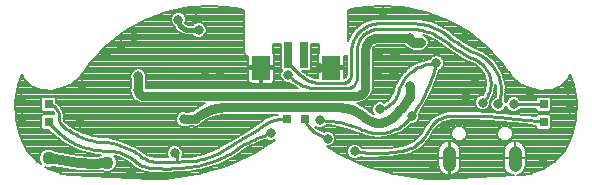
<source format=gtl>
G75*
%MOIN*%
%OFA0B0*%
%FSLAX24Y24*%
%IPPOS*%
%LPD*%
%AMOC8*
5,1,8,0,0,1.08239X$1,22.5*
%
%ADD10R,0.0315X0.0315*%
%ADD11C,0.0437*%
%ADD12R,0.0315X0.0866*%
%ADD13R,0.0591X0.0787*%
%ADD14C,0.0080*%
%ADD15C,0.0320*%
%ADD16C,0.0318*%
%ADD17C,0.0300*%
%ADD18C,0.0436*%
%ADD19C,0.0320*%
%ADD20C,0.0160*%
%ADD21C,0.0100*%
D10*
X004950Y003055D03*
X004950Y003645D03*
X012905Y003140D03*
X013495Y003140D03*
X021450Y003055D03*
X021450Y003645D03*
D11*
X020493Y002068D02*
X020493Y001632D01*
X018307Y001632D02*
X018307Y002068D01*
D12*
X013456Y005300D03*
X012944Y005300D03*
D13*
X012039Y004867D03*
X014361Y004867D03*
D14*
X004561Y001738D02*
X004245Y002101D01*
X004126Y002311D01*
X004014Y002577D01*
X003871Y003136D01*
X003843Y003712D01*
X003930Y004282D01*
X004065Y004649D01*
X004138Y004474D01*
X004374Y004238D01*
X004374Y004238D01*
X004683Y004110D01*
X004846Y004110D01*
X005027Y004100D01*
X005389Y004172D01*
X005722Y004332D01*
X006005Y004568D01*
X006005Y004568D01*
X006081Y004673D01*
X006083Y004673D01*
X006115Y004720D01*
X006119Y004726D01*
X006346Y005033D01*
X006874Y005600D01*
X007483Y006078D01*
X008158Y006458D01*
X008884Y006730D01*
X009642Y006888D01*
X010416Y006928D01*
X011186Y006848D01*
X011460Y006788D01*
X011460Y005342D01*
X011542Y005260D01*
X011603Y005260D01*
X011603Y004907D01*
X011999Y004907D01*
X011999Y004827D01*
X012079Y004827D01*
X012079Y004907D01*
X012474Y004907D01*
X012474Y005279D01*
X012464Y005315D01*
X012446Y005347D01*
X012440Y005352D01*
X012440Y005660D01*
X012687Y005660D01*
X012687Y004826D01*
X012733Y004779D01*
X012720Y004767D01*
X012681Y004672D01*
X012681Y004568D01*
X012720Y004473D01*
X012793Y004400D01*
X012888Y004361D01*
X012982Y004361D01*
X013033Y004307D01*
X013264Y004170D01*
X008199Y004170D01*
X008199Y004172D01*
X008190Y004193D01*
X008190Y004507D01*
X008199Y004528D01*
X008199Y004632D01*
X008160Y004727D01*
X008087Y004800D01*
X007992Y004839D01*
X007888Y004839D01*
X007793Y004800D01*
X007720Y004727D01*
X007681Y004632D01*
X007681Y004528D01*
X007690Y004507D01*
X007690Y004193D01*
X007681Y004172D01*
X007681Y004068D01*
X007690Y004047D01*
X007690Y003999D01*
X007811Y003791D01*
X008019Y003670D01*
X010181Y003670D01*
X009846Y003495D01*
X009750Y003408D01*
X009521Y003402D01*
X009502Y003410D01*
X009398Y003410D01*
X009303Y003370D01*
X009230Y003297D01*
X009190Y003202D01*
X009190Y003098D01*
X009230Y003003D01*
X009303Y002930D01*
X009398Y002890D01*
X009502Y002890D01*
X009531Y002902D01*
X009779Y002908D01*
X009798Y002900D01*
X009902Y002900D01*
X009997Y002940D01*
X010070Y003013D01*
X010073Y003019D01*
X010141Y003074D01*
X010419Y003219D01*
X010724Y003287D01*
X010871Y003290D01*
X010886Y003290D01*
X010931Y003288D01*
X010936Y003290D01*
X012598Y003290D01*
X012469Y003276D01*
X012182Y003170D01*
X012107Y003119D01*
X012056Y003084D01*
X011360Y002632D01*
X010697Y002241D01*
X010645Y002210D01*
X010642Y002208D01*
X010464Y002113D01*
X010083Y001971D01*
X009683Y001899D01*
X009482Y001890D01*
X009478Y001890D01*
X009418Y001890D01*
X009416Y001889D01*
X009391Y001888D01*
X009391Y001900D01*
X009419Y001968D01*
X009419Y002072D01*
X009380Y002167D01*
X009307Y002240D01*
X009212Y002279D01*
X009108Y002279D01*
X009013Y002240D01*
X008940Y002167D01*
X008901Y002072D01*
X008901Y001968D01*
X008939Y001877D01*
X008697Y001871D01*
X008697Y001872D01*
X008636Y001870D01*
X008634Y001870D01*
X008529Y001873D01*
X008322Y001919D01*
X008134Y002016D01*
X008088Y002052D01*
X008088Y002056D01*
X008044Y002087D01*
X008004Y002123D01*
X007994Y002123D01*
X007835Y002236D01*
X007382Y002435D01*
X006898Y002538D01*
X006662Y002540D01*
X006455Y002576D01*
X006044Y002713D01*
X005669Y002928D01*
X005499Y003063D01*
X005476Y003088D01*
X005450Y003152D01*
X005449Y003187D01*
X005450Y003193D01*
X005459Y003294D01*
X005398Y003500D01*
X005265Y003669D01*
X005265Y003669D01*
X005207Y003703D01*
X005207Y003844D01*
X005149Y003903D01*
X004751Y003903D01*
X004693Y003844D01*
X004693Y003446D01*
X004751Y003388D01*
X005099Y003388D01*
X005122Y003358D01*
X005136Y003312D01*
X004751Y003312D01*
X004693Y003254D01*
X004693Y002856D01*
X004751Y002797D01*
X004957Y002797D01*
X005008Y002730D01*
X005460Y002355D01*
X005984Y002092D01*
X005984Y002092D01*
X006555Y001953D01*
X006702Y001952D01*
X006688Y001938D01*
X006644Y001933D01*
X006206Y001933D01*
X005989Y001957D01*
X005937Y001965D01*
X005170Y002080D01*
X005130Y002120D01*
X005013Y002168D01*
X004887Y002168D01*
X004770Y002120D01*
X004680Y002030D01*
X004632Y001913D01*
X004632Y001787D01*
X004680Y001670D01*
X004713Y001637D01*
X004561Y001738D01*
X004577Y001728D02*
X004656Y001728D01*
X004632Y001807D02*
X004502Y001807D01*
X004434Y001885D02*
X004632Y001885D01*
X004653Y001964D02*
X004365Y001964D01*
X004297Y002042D02*
X004692Y002042D01*
X004772Y002121D02*
X004234Y002121D01*
X004190Y002199D02*
X005771Y002199D01*
X005927Y002121D02*
X005128Y002121D01*
X005423Y002042D02*
X006189Y002042D01*
X005946Y001964D02*
X006512Y001964D01*
X006555Y001953D02*
X006555Y001953D01*
X007129Y001921D02*
X007307Y001883D01*
X007580Y001748D01*
X007702Y001656D01*
X007812Y001561D01*
X008071Y001428D01*
X008071Y001428D01*
X008355Y001360D01*
X008497Y001360D01*
X008800Y001345D01*
X009415Y001371D01*
X009659Y001403D01*
X009720Y001411D01*
X009781Y001419D01*
X009782Y001420D01*
X010016Y001452D01*
X010586Y001626D01*
X011122Y001886D01*
X011364Y002056D01*
X011605Y002205D01*
X012119Y002440D01*
X012190Y002462D01*
X012203Y002450D01*
X012298Y002410D01*
X012402Y002410D01*
X012496Y002449D01*
X011831Y002024D01*
X010888Y001596D01*
X009894Y001305D01*
X008868Y001158D01*
X008352Y001140D01*
X005716Y001287D01*
X005658Y001290D01*
X005418Y001319D01*
X004962Y001471D01*
X004845Y001549D01*
X004887Y001532D01*
X005013Y001532D01*
X005094Y001565D01*
X005963Y001435D01*
X006167Y001405D01*
X006683Y001405D01*
X006756Y001415D01*
X006837Y001382D01*
X006963Y001382D01*
X007080Y001430D01*
X007170Y001520D01*
X007218Y001637D01*
X007218Y001763D01*
X007170Y001880D01*
X007129Y001921D01*
X007165Y001885D02*
X007298Y001885D01*
X007200Y001807D02*
X007462Y001807D01*
X007607Y001728D02*
X007218Y001728D01*
X007218Y001650D02*
X007710Y001650D01*
X007800Y001571D02*
X007191Y001571D01*
X007142Y001493D02*
X007945Y001493D01*
X007812Y001561D02*
X007812Y001561D01*
X008128Y001414D02*
X007041Y001414D01*
X006759Y001414D02*
X006746Y001414D01*
X006683Y001405D02*
X006683Y001405D01*
X006248Y001257D02*
X009557Y001257D01*
X009659Y001403D02*
X009659Y001403D01*
X009740Y001414D02*
X010266Y001414D01*
X010148Y001493D02*
X010535Y001493D01*
X010406Y001571D02*
X010803Y001571D01*
X010796Y001728D02*
X011179Y001728D01*
X011119Y001885D02*
X011525Y001885D01*
X011697Y001964D02*
X011232Y001964D01*
X011344Y002042D02*
X011859Y002042D01*
X011982Y002121D02*
X011469Y002121D01*
X011596Y002199D02*
X012105Y002199D01*
X012227Y002278D02*
X011764Y002278D01*
X011935Y002356D02*
X012350Y002356D01*
X012461Y002435D02*
X012473Y002435D01*
X012239Y002435D02*
X012107Y002435D01*
X011539Y002749D02*
X005982Y002749D01*
X005845Y002827D02*
X011660Y002827D01*
X011781Y002906D02*
X009915Y002906D01*
X009785Y002906D02*
X009673Y002906D01*
X009361Y002906D02*
X005708Y002906D01*
X005598Y002984D02*
X009248Y002984D01*
X009205Y003063D02*
X005499Y003063D01*
X005499Y003063D01*
X005455Y003141D02*
X009190Y003141D01*
X009197Y003220D02*
X005452Y003220D01*
X005459Y003294D02*
X005459Y003294D01*
X005458Y003298D02*
X009230Y003298D01*
X009317Y003377D02*
X005434Y003377D01*
X005411Y003455D02*
X009802Y003455D01*
X009846Y003495D02*
X009846Y003495D01*
X009919Y003534D02*
X005372Y003534D01*
X005398Y003500D02*
X005398Y003500D01*
X005310Y003612D02*
X010069Y003612D01*
X010270Y003141D02*
X012139Y003141D01*
X012107Y003119D02*
X012107Y003119D01*
X012023Y003063D02*
X010127Y003063D01*
X010042Y002984D02*
X011902Y002984D01*
X012316Y003220D02*
X010422Y003220D01*
X011291Y002592D02*
X006408Y002592D01*
X006172Y002670D02*
X011418Y002670D01*
X011158Y002513D02*
X007017Y002513D01*
X006898Y002538D02*
X006898Y002538D01*
X007382Y002435D02*
X007382Y002435D01*
X007383Y002435D02*
X011025Y002435D01*
X010892Y002356D02*
X007562Y002356D01*
X007740Y002278D02*
X009105Y002278D01*
X009215Y002278D02*
X010759Y002278D01*
X010697Y002241D02*
X010697Y002241D01*
X010625Y002199D02*
X009347Y002199D01*
X009399Y002121D02*
X010478Y002121D01*
X010273Y002042D02*
X009419Y002042D01*
X009417Y001964D02*
X010041Y001964D01*
X010635Y001650D02*
X011006Y001650D01*
X010958Y001807D02*
X011352Y001807D01*
X009997Y001336D02*
X005369Y001336D01*
X005134Y001414D02*
X006104Y001414D01*
X005963Y001435D02*
X005963Y001435D01*
X005581Y001493D02*
X004930Y001493D01*
X004701Y001650D02*
X004695Y001650D01*
X004145Y002278D02*
X005614Y002278D01*
X005460Y002355D02*
X005460Y002355D01*
X005459Y002356D02*
X004107Y002356D01*
X004126Y002311D02*
X004126Y002311D01*
X004074Y002435D02*
X005364Y002435D01*
X005270Y002513D02*
X004041Y002513D01*
X004010Y002592D02*
X005175Y002592D01*
X005081Y002670D02*
X003990Y002670D01*
X003970Y002749D02*
X004994Y002749D01*
X005008Y002730D02*
X005008Y002730D01*
X004721Y002827D02*
X003950Y002827D01*
X003930Y002906D02*
X004693Y002906D01*
X004693Y002984D02*
X003910Y002984D01*
X003890Y003063D02*
X004693Y003063D01*
X004693Y003141D02*
X003871Y003141D01*
X003867Y003220D02*
X004693Y003220D01*
X004737Y003298D02*
X003863Y003298D01*
X003859Y003377D02*
X005107Y003377D01*
X005265Y003669D02*
X005265Y003669D01*
X005228Y003691D02*
X007984Y003691D01*
X008019Y003670D02*
X008019Y003670D01*
X007848Y003769D02*
X005207Y003769D01*
X005204Y003848D02*
X007778Y003848D01*
X007811Y003791D02*
X007811Y003791D01*
X007732Y003926D02*
X003876Y003926D01*
X003888Y004005D02*
X007690Y004005D01*
X007681Y004083D02*
X003900Y004083D01*
X003912Y004162D02*
X004559Y004162D01*
X004372Y004240D02*
X003924Y004240D01*
X003944Y004319D02*
X004294Y004319D01*
X004215Y004397D02*
X003973Y004397D01*
X004002Y004476D02*
X004137Y004476D01*
X004138Y004474D02*
X004138Y004474D01*
X004105Y004554D02*
X004031Y004554D01*
X004059Y004633D02*
X004072Y004633D01*
X005389Y004172D02*
X005389Y004172D01*
X005334Y004162D02*
X007681Y004162D01*
X007690Y004240D02*
X005530Y004240D01*
X005694Y004319D02*
X007690Y004319D01*
X007690Y004397D02*
X005800Y004397D01*
X005722Y004332D02*
X005722Y004332D01*
X005894Y004476D02*
X007690Y004476D01*
X007681Y004554D02*
X005988Y004554D01*
X006005Y004568D02*
X006005Y004568D01*
X006052Y004633D02*
X007681Y004633D01*
X007714Y004711D02*
X006109Y004711D01*
X006166Y004790D02*
X007783Y004790D01*
X008097Y004790D02*
X011603Y004790D01*
X011603Y004827D02*
X011603Y004455D01*
X011613Y004419D01*
X011631Y004387D01*
X011657Y004361D01*
X011689Y004343D01*
X011725Y004333D01*
X011999Y004333D01*
X011999Y004827D01*
X011603Y004827D01*
X011603Y004711D02*
X008166Y004711D01*
X008199Y004633D02*
X011603Y004633D01*
X011603Y004554D02*
X008199Y004554D01*
X008190Y004476D02*
X011603Y004476D01*
X011626Y004397D02*
X008190Y004397D01*
X008190Y004319D02*
X013022Y004319D01*
X013033Y004307D02*
X013033Y004307D01*
X013146Y004240D02*
X008190Y004240D01*
X006340Y005025D02*
X011603Y005025D01*
X011603Y004947D02*
X006282Y004947D01*
X006224Y004868D02*
X011999Y004868D01*
X011999Y004790D02*
X012079Y004790D01*
X012079Y004827D02*
X012079Y004333D01*
X012352Y004333D01*
X012388Y004343D01*
X012420Y004361D01*
X012446Y004387D01*
X012464Y004419D01*
X012474Y004455D01*
X012474Y004827D01*
X012079Y004827D01*
X012079Y004868D02*
X012687Y004868D01*
X012687Y004947D02*
X012474Y004947D01*
X012474Y005025D02*
X012687Y005025D01*
X012687Y005104D02*
X012474Y005104D01*
X012474Y005182D02*
X012687Y005182D01*
X012687Y005261D02*
X012474Y005261D01*
X012450Y005339D02*
X012687Y005339D01*
X012687Y005418D02*
X012440Y005418D01*
X012440Y005496D02*
X012687Y005496D01*
X012687Y005575D02*
X012440Y005575D01*
X012440Y005653D02*
X012687Y005653D01*
X013713Y005653D02*
X013960Y005653D01*
X013960Y005660D02*
X013960Y005352D01*
X013954Y005347D01*
X013936Y005315D01*
X013926Y005279D01*
X013926Y004907D01*
X014321Y004907D01*
X014321Y004827D01*
X013926Y004827D01*
X013926Y004510D01*
X013795Y004530D01*
X013550Y004640D01*
X013446Y004726D01*
X013435Y004737D01*
X013405Y004767D01*
X013655Y004767D01*
X013713Y004826D01*
X013713Y005660D01*
X013960Y005660D01*
X013960Y005575D02*
X013713Y005575D01*
X013713Y005496D02*
X013960Y005496D01*
X013960Y005418D02*
X013713Y005418D01*
X013713Y005339D02*
X013950Y005339D01*
X013926Y005261D02*
X013713Y005261D01*
X013713Y005182D02*
X013926Y005182D01*
X013926Y005104D02*
X013713Y005104D01*
X013713Y005025D02*
X013926Y005025D01*
X013926Y004947D02*
X013713Y004947D01*
X013713Y004868D02*
X014321Y004868D01*
X014401Y004868D02*
X014890Y004868D01*
X014890Y004790D02*
X014797Y004790D01*
X014797Y004827D02*
X014401Y004827D01*
X014401Y004907D01*
X014797Y004907D01*
X014797Y005260D01*
X014858Y005260D01*
X014890Y005292D01*
X014890Y004640D01*
X014886Y004606D01*
X014852Y004548D01*
X014797Y004516D01*
X014797Y004827D01*
X014797Y004711D02*
X014890Y004711D01*
X014889Y004633D02*
X014797Y004633D01*
X014797Y004554D02*
X014855Y004554D01*
X013926Y004554D02*
X013741Y004554D01*
X013566Y004633D02*
X013926Y004633D01*
X013926Y004711D02*
X013464Y004711D01*
X013677Y004790D02*
X013926Y004790D01*
X014797Y004947D02*
X014890Y004947D01*
X014890Y005025D02*
X014797Y005025D01*
X014797Y005104D02*
X014890Y005104D01*
X014890Y005182D02*
X014797Y005182D01*
X014859Y005261D02*
X014890Y005261D01*
X014940Y005743D02*
X014940Y006788D01*
X015214Y006848D01*
X015984Y006928D01*
X016758Y006888D01*
X017516Y006730D01*
X018242Y006458D01*
X018917Y006078D01*
X019526Y005600D01*
X020054Y005033D01*
X020281Y004726D01*
X020285Y004720D01*
X020317Y004673D01*
X020319Y004673D01*
X020395Y004568D01*
X020678Y004332D01*
X021011Y004172D01*
X021373Y004100D01*
X021373Y004100D01*
X021554Y004110D01*
X021717Y004110D01*
X022026Y004238D01*
X022262Y004474D01*
X022262Y004474D01*
X022335Y004649D01*
X022470Y004282D01*
X022557Y003712D01*
X022529Y003136D01*
X022386Y002577D01*
X022274Y002311D01*
X022155Y002101D01*
X021839Y001738D01*
X021438Y001471D01*
X020982Y001319D01*
X020742Y001290D01*
X020717Y001288D01*
X020561Y001280D01*
X020597Y001287D01*
X020662Y001314D01*
X020721Y001353D01*
X020771Y001403D01*
X020810Y001462D01*
X020837Y001527D01*
X020851Y001596D01*
X020851Y001841D01*
X020502Y001841D01*
X020502Y001859D01*
X020851Y001859D01*
X020851Y002104D01*
X020837Y002173D01*
X020810Y002238D01*
X020771Y002297D01*
X020721Y002347D01*
X020662Y002386D01*
X020597Y002413D01*
X020528Y002427D01*
X020502Y002427D01*
X020502Y001859D01*
X020483Y001859D01*
X020483Y001841D01*
X020134Y001841D01*
X020134Y001596D01*
X020148Y001527D01*
X020175Y001462D01*
X020214Y001403D01*
X020264Y001353D01*
X020323Y001314D01*
X020388Y001287D01*
X020454Y001274D01*
X018048Y001140D01*
X017532Y001158D01*
X017532Y001158D01*
X016506Y001305D01*
X015512Y001596D01*
X014569Y002024D01*
X014231Y002240D01*
X014302Y002240D01*
X014397Y002280D01*
X014470Y002353D01*
X014510Y002448D01*
X014510Y002552D01*
X014470Y002647D01*
X014397Y002720D01*
X014302Y002760D01*
X014198Y002760D01*
X014126Y002730D01*
X013926Y002829D01*
X013847Y002889D01*
X013938Y002851D01*
X014042Y002851D01*
X014137Y002890D01*
X014193Y002946D01*
X014335Y002937D01*
X015014Y002787D01*
X015339Y002663D01*
X015396Y002638D01*
X015396Y002638D01*
X015529Y002579D01*
X015938Y002520D01*
X016348Y002574D01*
X016348Y002574D01*
X016729Y002736D01*
X017047Y002991D01*
X017102Y002991D01*
X017197Y003030D01*
X017270Y003103D01*
X017309Y003198D01*
X017309Y003302D01*
X017295Y003335D01*
X017369Y003437D01*
X017692Y004029D01*
X017940Y004656D01*
X017972Y004778D01*
X018027Y004800D01*
X018100Y004873D01*
X018139Y004968D01*
X018139Y005072D01*
X018100Y005167D01*
X018027Y005240D01*
X017932Y005279D01*
X017828Y005279D01*
X017733Y005240D01*
X017660Y005167D01*
X017659Y005164D01*
X017300Y005068D01*
X016958Y004870D01*
X016823Y004735D01*
X016818Y004730D01*
X016818Y004730D01*
X016809Y004722D01*
X016774Y004686D01*
X016685Y004597D01*
X016500Y004269D01*
X016500Y004269D01*
X016469Y004146D01*
X016454Y004086D01*
X016416Y003976D01*
X016280Y003786D01*
X016146Y003700D01*
X016052Y003739D01*
X015948Y003739D01*
X015853Y003700D01*
X015780Y003627D01*
X015741Y003532D01*
X015741Y003428D01*
X015780Y003333D01*
X015806Y003308D01*
X015731Y003337D01*
X015670Y003384D01*
X015633Y003417D01*
X015529Y003514D01*
X015529Y003514D01*
X015240Y003670D01*
X015309Y003670D01*
X015512Y003754D01*
X015666Y003908D01*
X015666Y003908D01*
X015750Y004111D01*
X015750Y005420D01*
X015754Y005457D01*
X015782Y005526D01*
X015834Y005578D01*
X015903Y005606D01*
X015940Y005610D01*
X016825Y005610D01*
X016860Y005550D01*
X017050Y005440D01*
X017084Y005440D01*
X017108Y005430D01*
X017412Y005430D01*
X017507Y005470D01*
X017580Y005543D01*
X017620Y005638D01*
X017620Y005742D01*
X017580Y005837D01*
X017507Y005910D01*
X017441Y005938D01*
X017550Y005913D01*
X017899Y005745D01*
X018056Y005633D01*
X018056Y005633D01*
X018293Y005444D01*
X018812Y005132D01*
X018812Y005132D01*
X019077Y005018D01*
X019091Y005012D01*
X019197Y004956D01*
X019375Y004795D01*
X019493Y004586D01*
X019537Y004350D01*
X019502Y004112D01*
X019425Y003959D01*
X019368Y003959D01*
X019273Y003920D01*
X019200Y003847D01*
X019161Y003752D01*
X019161Y003648D01*
X019200Y003553D01*
X019273Y003480D01*
X019368Y003441D01*
X019472Y003441D01*
X019567Y003480D01*
X019640Y003553D01*
X019679Y003648D01*
X019679Y003752D01*
X019674Y003765D01*
X019802Y004018D01*
X019846Y004324D01*
X019870Y004232D01*
X019851Y003884D01*
X019793Y003860D01*
X019720Y003787D01*
X019681Y003692D01*
X019681Y003588D01*
X019720Y003493D01*
X019793Y003420D01*
X019888Y003381D01*
X019992Y003381D01*
X020087Y003420D01*
X020160Y003493D01*
X020197Y003582D01*
X020230Y003503D01*
X020303Y003430D01*
X020398Y003390D01*
X020502Y003390D01*
X020597Y003430D01*
X020663Y003495D01*
X021193Y003495D01*
X021193Y003446D01*
X021251Y003388D01*
X021649Y003388D01*
X021707Y003446D01*
X021707Y003844D01*
X021649Y003903D01*
X021251Y003903D01*
X021193Y003844D01*
X021193Y003795D01*
X020671Y003795D01*
X020670Y003797D01*
X020597Y003870D01*
X020502Y003910D01*
X020398Y003910D01*
X020303Y003870D01*
X020230Y003797D01*
X020192Y003708D01*
X020160Y003787D01*
X020157Y003790D01*
X020162Y003803D01*
X020162Y003803D01*
X020186Y004264D01*
X020186Y004264D01*
X020070Y004711D01*
X020291Y004711D01*
X020234Y004790D02*
X020020Y004790D01*
X019971Y004868D02*
X020176Y004868D01*
X020118Y004947D02*
X019921Y004947D01*
X019872Y005025D02*
X020060Y005025D01*
X019989Y005104D02*
X019822Y005104D01*
X019823Y005102D02*
X019471Y005400D01*
X019471Y005400D01*
X019315Y005465D01*
X019267Y005485D01*
X019258Y005488D01*
X019258Y005488D01*
X019028Y005595D01*
X018596Y005858D01*
X018397Y006014D01*
X018397Y006014D01*
X018217Y006167D01*
X018217Y006167D01*
X017795Y006380D01*
X017336Y006490D01*
X015791Y006490D01*
X015468Y006385D01*
X015194Y006186D01*
X014995Y005912D01*
X014995Y005912D01*
X014940Y005743D01*
X014940Y005810D02*
X014962Y005810D01*
X014940Y005889D02*
X014987Y005889D01*
X014940Y005967D02*
X015035Y005967D01*
X015092Y006046D02*
X014940Y006046D01*
X014940Y006124D02*
X015149Y006124D01*
X015194Y006186D02*
X015194Y006186D01*
X015194Y006186D01*
X015217Y006203D02*
X014940Y006203D01*
X014940Y006281D02*
X015325Y006281D01*
X015433Y006360D02*
X014940Y006360D01*
X014940Y006438D02*
X015631Y006438D01*
X015468Y006385D02*
X015468Y006385D01*
X014940Y006517D02*
X018086Y006517D01*
X018278Y006438D02*
X017554Y006438D01*
X017795Y006380D02*
X017795Y006380D01*
X017837Y006360D02*
X018417Y006360D01*
X018557Y006281D02*
X017992Y006281D01*
X018147Y006203D02*
X018696Y006203D01*
X018836Y006124D02*
X018268Y006124D01*
X018360Y006046D02*
X018959Y006046D01*
X019058Y005967D02*
X018458Y005967D01*
X018558Y005889D02*
X019158Y005889D01*
X019258Y005810D02*
X018675Y005810D01*
X018804Y005732D02*
X019358Y005732D01*
X019458Y005653D02*
X018932Y005653D01*
X019071Y005575D02*
X019549Y005575D01*
X019622Y005496D02*
X019241Y005496D01*
X019315Y005465D02*
X019315Y005465D01*
X019428Y005418D02*
X019696Y005418D01*
X019769Y005339D02*
X019543Y005339D01*
X019636Y005261D02*
X019842Y005261D01*
X019915Y005182D02*
X019729Y005182D01*
X019823Y005102D02*
X019823Y005102D01*
X020070Y004711D01*
X020070Y004711D01*
X020090Y004633D02*
X020348Y004633D01*
X020395Y004568D02*
X020395Y004568D01*
X020412Y004554D02*
X020110Y004554D01*
X020131Y004476D02*
X020506Y004476D01*
X020600Y004397D02*
X020151Y004397D01*
X020172Y004319D02*
X020706Y004319D01*
X020678Y004332D02*
X020678Y004332D01*
X020870Y004240D02*
X020185Y004240D01*
X020180Y004162D02*
X021066Y004162D01*
X021011Y004172D02*
X021011Y004172D01*
X021841Y004162D02*
X022488Y004162D01*
X022476Y004240D02*
X022028Y004240D01*
X022026Y004238D02*
X022026Y004238D01*
X022106Y004319D02*
X022456Y004319D01*
X022427Y004397D02*
X022185Y004397D01*
X022263Y004476D02*
X022398Y004476D01*
X022369Y004554D02*
X022295Y004554D01*
X022328Y004633D02*
X022341Y004633D01*
X022500Y004083D02*
X020176Y004083D01*
X020172Y004005D02*
X022512Y004005D01*
X022524Y003926D02*
X020168Y003926D01*
X020164Y003848D02*
X020280Y003848D01*
X020218Y003769D02*
X020167Y003769D01*
X020176Y003534D02*
X020217Y003534D01*
X020277Y003455D02*
X020121Y003455D01*
X019796Y003377D02*
X022541Y003377D01*
X022544Y003455D02*
X021707Y003455D01*
X021707Y003534D02*
X022548Y003534D01*
X022552Y003612D02*
X021707Y003612D01*
X021707Y003691D02*
X022556Y003691D01*
X022548Y003769D02*
X021707Y003769D01*
X021704Y003848D02*
X022536Y003848D01*
X022537Y003298D02*
X021663Y003298D01*
X021649Y003312D02*
X021251Y003312D01*
X021193Y003254D01*
X021193Y003241D01*
X020867Y003285D01*
X020867Y003285D01*
X019654Y003389D01*
X019654Y003389D01*
X019107Y003408D01*
X019064Y003409D01*
X019045Y003410D01*
X019001Y003411D01*
X018730Y003421D01*
X018417Y003410D01*
X018262Y003410D01*
X017977Y003328D01*
X017726Y003170D01*
X017529Y002949D01*
X017529Y002949D01*
X017529Y002949D01*
X017473Y002832D01*
X017465Y002815D01*
X017384Y002675D01*
X017162Y002442D01*
X016879Y002289D01*
X016723Y002248D01*
X016340Y002193D01*
X015566Y002179D01*
X015389Y002197D01*
X015380Y002217D01*
X015307Y002290D01*
X015212Y002330D01*
X015108Y002330D01*
X015013Y002290D01*
X014940Y002217D01*
X014900Y002122D01*
X014900Y002018D01*
X014940Y001923D01*
X015013Y001850D01*
X015108Y001810D01*
X015212Y001810D01*
X015307Y001850D01*
X015349Y001891D01*
X015547Y001862D01*
X016371Y001878D01*
X016371Y001878D01*
X016716Y001941D01*
X016757Y001949D01*
X016777Y001952D01*
X016838Y001964D01*
X016984Y001991D01*
X016984Y001991D01*
X017354Y002191D01*
X017354Y002191D01*
X017644Y002495D01*
X017644Y002495D01*
X017735Y002685D01*
X017735Y002685D01*
X017787Y002776D01*
X017927Y002933D01*
X018104Y003045D01*
X018305Y003103D01*
X018397Y003109D01*
X018423Y003110D01*
X018482Y003110D01*
X018483Y003111D01*
X018730Y003115D01*
X019035Y003110D01*
X019635Y003082D01*
X020833Y002980D01*
X021193Y002935D01*
X021193Y002856D01*
X021251Y002797D01*
X021649Y002797D01*
X021707Y002856D01*
X021707Y003254D01*
X021649Y003312D01*
X021707Y003220D02*
X022533Y003220D01*
X022529Y003141D02*
X021707Y003141D01*
X021707Y003063D02*
X022510Y003063D01*
X022490Y002984D02*
X021707Y002984D01*
X021707Y002906D02*
X022470Y002906D01*
X022450Y002827D02*
X021679Y002827D01*
X021221Y002827D02*
X020383Y002827D01*
X020387Y002823D02*
X020314Y002896D01*
X020219Y002935D01*
X020116Y002935D01*
X020022Y002896D01*
X019949Y002823D01*
X019910Y002728D01*
X019910Y002625D01*
X019949Y002531D01*
X020022Y002458D01*
X020116Y002419D01*
X020219Y002419D01*
X020314Y002458D01*
X020387Y002531D01*
X020426Y002625D01*
X020426Y002728D01*
X020387Y002823D01*
X020417Y002749D02*
X022430Y002749D01*
X022410Y002670D02*
X020426Y002670D01*
X020412Y002592D02*
X022390Y002592D01*
X022359Y002513D02*
X020369Y002513D01*
X020388Y002413D02*
X020323Y002386D01*
X020264Y002347D01*
X020214Y002297D01*
X020175Y002238D01*
X020148Y002173D01*
X020134Y002104D01*
X020134Y001859D01*
X020483Y001859D01*
X020483Y002427D01*
X020457Y002427D01*
X020388Y002413D01*
X020483Y002356D02*
X020502Y002356D01*
X020502Y002278D02*
X020483Y002278D01*
X020483Y002199D02*
X020502Y002199D01*
X020502Y002121D02*
X020483Y002121D01*
X020483Y002042D02*
X020502Y002042D01*
X020502Y001964D02*
X020483Y001964D01*
X020483Y001885D02*
X020502Y001885D01*
X020851Y001885D02*
X021966Y001885D01*
X021898Y001807D02*
X020851Y001807D01*
X020851Y001728D02*
X021823Y001728D01*
X021705Y001650D02*
X020851Y001650D01*
X020846Y001571D02*
X021588Y001571D01*
X021470Y001493D02*
X020823Y001493D01*
X020778Y001414D02*
X021266Y001414D01*
X021031Y001336D02*
X020695Y001336D01*
X020290Y001336D02*
X018510Y001336D01*
X018536Y001353D02*
X018586Y001403D01*
X018625Y001462D01*
X018652Y001527D01*
X018666Y001596D01*
X018666Y001841D01*
X018317Y001841D01*
X018317Y001859D01*
X018666Y001859D01*
X018666Y002104D01*
X018652Y002173D01*
X018625Y002238D01*
X018586Y002297D01*
X018536Y002347D01*
X018477Y002386D01*
X018412Y002413D01*
X018343Y002427D01*
X018317Y002427D01*
X018317Y001859D01*
X018298Y001859D01*
X018298Y001841D01*
X017949Y001841D01*
X017949Y001596D01*
X017963Y001527D01*
X017990Y001462D01*
X018029Y001403D01*
X018079Y001353D01*
X018138Y001314D01*
X018203Y001287D01*
X018272Y001273D01*
X018298Y001273D01*
X018298Y001841D01*
X018317Y001841D01*
X018317Y001273D01*
X018343Y001273D01*
X018412Y001287D01*
X018477Y001314D01*
X018536Y001353D01*
X018593Y001414D02*
X020207Y001414D01*
X020162Y001493D02*
X018638Y001493D01*
X018661Y001571D02*
X020139Y001571D01*
X020134Y001650D02*
X018666Y001650D01*
X018666Y001728D02*
X020134Y001728D01*
X020134Y001807D02*
X018666Y001807D01*
X018666Y001885D02*
X020134Y001885D01*
X020134Y001964D02*
X018666Y001964D01*
X018666Y002042D02*
X020134Y002042D01*
X020137Y002121D02*
X018663Y002121D01*
X018641Y002199D02*
X020159Y002199D01*
X020201Y002278D02*
X018599Y002278D01*
X018522Y002356D02*
X020278Y002356D01*
X020257Y002435D02*
X022326Y002435D01*
X022293Y002356D02*
X020707Y002356D01*
X020784Y002278D02*
X022255Y002278D01*
X022210Y002199D02*
X020826Y002199D01*
X020848Y002121D02*
X022166Y002121D01*
X022103Y002042D02*
X020851Y002042D01*
X020851Y001964D02*
X022035Y001964D01*
X020152Y001257D02*
X016843Y001257D01*
X016403Y001336D02*
X018105Y001336D01*
X018022Y001414D02*
X016134Y001414D01*
X015865Y001493D02*
X017977Y001493D01*
X017954Y001571D02*
X015597Y001571D01*
X015394Y001650D02*
X017949Y001650D01*
X017949Y001728D02*
X015221Y001728D01*
X015048Y001807D02*
X017949Y001807D01*
X017949Y001859D02*
X018298Y001859D01*
X018298Y002427D01*
X018272Y002427D01*
X018203Y002413D01*
X018138Y002386D01*
X018079Y002347D01*
X018029Y002297D01*
X017990Y002238D01*
X017963Y002173D01*
X017949Y002104D01*
X017949Y001859D01*
X017949Y001885D02*
X016410Y001885D01*
X016716Y001941D02*
X016716Y001941D01*
X016837Y001964D02*
X017949Y001964D01*
X017949Y002042D02*
X017079Y002042D01*
X017224Y002121D02*
X017952Y002121D01*
X017974Y002199D02*
X017362Y002199D01*
X017437Y002278D02*
X018016Y002278D01*
X018093Y002356D02*
X017512Y002356D01*
X017586Y002435D02*
X018543Y002435D01*
X018581Y002419D02*
X018684Y002419D01*
X018778Y002458D01*
X018851Y002531D01*
X018890Y002625D01*
X018890Y002728D01*
X018851Y002823D01*
X018778Y002896D01*
X018684Y002935D01*
X018581Y002935D01*
X018486Y002896D01*
X018413Y002823D01*
X018374Y002728D01*
X018374Y002625D01*
X018413Y002531D01*
X018486Y002458D01*
X018581Y002419D01*
X018722Y002435D02*
X020078Y002435D01*
X019966Y002513D02*
X018834Y002513D01*
X018876Y002592D02*
X019924Y002592D01*
X019910Y002670D02*
X018890Y002670D01*
X018882Y002749D02*
X019918Y002749D01*
X019953Y002827D02*
X018847Y002827D01*
X018755Y002906D02*
X020045Y002906D01*
X019859Y003063D02*
X018166Y003063D01*
X018008Y002984D02*
X020780Y002984D01*
X021193Y002906D02*
X020290Y002906D01*
X020717Y003298D02*
X021237Y003298D01*
X021193Y003455D02*
X020623Y003455D01*
X019759Y003455D02*
X019505Y003455D01*
X019620Y003534D02*
X019704Y003534D01*
X019681Y003612D02*
X019664Y003612D01*
X019679Y003691D02*
X019681Y003691D01*
X019676Y003769D02*
X019713Y003769D01*
X019716Y003848D02*
X019781Y003848D01*
X019755Y003926D02*
X019854Y003926D01*
X019858Y004005D02*
X019795Y004005D01*
X019802Y004018D02*
X019802Y004018D01*
X019811Y004083D02*
X019862Y004083D01*
X019866Y004162D02*
X019823Y004162D01*
X019834Y004240D02*
X019868Y004240D01*
X019847Y004319D02*
X019845Y004319D01*
X019532Y004319D02*
X017807Y004319D01*
X017838Y004397D02*
X019528Y004397D01*
X019513Y004476D02*
X017869Y004476D01*
X017900Y004554D02*
X019499Y004554D01*
X019466Y004633D02*
X017931Y004633D01*
X017955Y004711D02*
X019422Y004711D01*
X019378Y004790D02*
X018000Y004790D01*
X018094Y004868D02*
X019294Y004868D01*
X019207Y004947D02*
X018130Y004947D01*
X018139Y005025D02*
X019061Y005025D01*
X018879Y005104D02*
X018126Y005104D01*
X018084Y005182D02*
X018729Y005182D01*
X018598Y005261D02*
X017976Y005261D01*
X017784Y005261D02*
X015750Y005261D01*
X015750Y005339D02*
X018468Y005339D01*
X018337Y005418D02*
X015750Y005418D01*
X015770Y005496D02*
X016953Y005496D01*
X016860Y005550D02*
X016860Y005550D01*
X016860Y005550D01*
X016846Y005575D02*
X015831Y005575D01*
X015750Y005182D02*
X017676Y005182D01*
X017434Y005104D02*
X015750Y005104D01*
X015750Y005025D02*
X017226Y005025D01*
X017300Y005068D02*
X017300Y005068D01*
X017090Y004947D02*
X015750Y004947D01*
X015750Y004868D02*
X016956Y004868D01*
X016958Y004870D02*
X016958Y004870D01*
X016877Y004790D02*
X015750Y004790D01*
X015750Y004711D02*
X016799Y004711D01*
X016774Y004686D02*
X016774Y004686D01*
X016720Y004633D02*
X015750Y004633D01*
X015750Y004554D02*
X016661Y004554D01*
X016685Y004597D02*
X016685Y004597D01*
X016616Y004476D02*
X015750Y004476D01*
X015750Y004397D02*
X016572Y004397D01*
X016528Y004319D02*
X015750Y004319D01*
X015750Y004240D02*
X016492Y004240D01*
X016473Y004162D02*
X015750Y004162D01*
X015739Y004083D02*
X016453Y004083D01*
X016469Y004146D02*
X016469Y004146D01*
X016426Y004005D02*
X015706Y004005D01*
X015674Y003926D02*
X016380Y003926D01*
X016324Y003848D02*
X015605Y003848D01*
X015527Y003769D02*
X016253Y003769D01*
X015844Y003691D02*
X015359Y003691D01*
X015347Y003612D02*
X015774Y003612D01*
X015742Y003534D02*
X015492Y003534D01*
X015592Y003455D02*
X015741Y003455D01*
X015762Y003377D02*
X015679Y003377D01*
X015633Y003417D02*
X015633Y003417D01*
X015512Y003754D02*
X015512Y003754D01*
X017229Y003063D02*
X017630Y003063D01*
X017700Y003141D02*
X017285Y003141D01*
X017309Y003220D02*
X017805Y003220D01*
X017930Y003298D02*
X017309Y003298D01*
X017325Y003377D02*
X018146Y003377D01*
X018730Y003421D02*
X018730Y003421D01*
X019035Y003110D02*
X019035Y003110D01*
X019335Y003455D02*
X017379Y003455D01*
X017369Y003437D02*
X017369Y003437D01*
X017421Y003534D02*
X019220Y003534D01*
X019176Y003612D02*
X017464Y003612D01*
X017507Y003691D02*
X019161Y003691D01*
X019168Y003769D02*
X017550Y003769D01*
X017593Y003848D02*
X019201Y003848D01*
X019289Y003926D02*
X017636Y003926D01*
X017679Y004005D02*
X019448Y004005D01*
X019488Y004083D02*
X017713Y004083D01*
X017744Y004162D02*
X019510Y004162D01*
X019521Y004240D02*
X017776Y004240D01*
X020620Y003848D02*
X021196Y003848D01*
X018510Y002906D02*
X017902Y002906D01*
X017832Y002827D02*
X018417Y002827D01*
X018383Y002749D02*
X017771Y002749D01*
X017728Y002670D02*
X018374Y002670D01*
X018388Y002592D02*
X017690Y002592D01*
X017653Y002513D02*
X018431Y002513D01*
X018317Y002356D02*
X018298Y002356D01*
X018298Y002278D02*
X018317Y002278D01*
X018317Y002199D02*
X018298Y002199D01*
X018298Y002121D02*
X018317Y002121D01*
X018317Y002042D02*
X018298Y002042D01*
X018298Y001964D02*
X018317Y001964D01*
X018317Y001885D02*
X018298Y001885D01*
X018298Y001807D02*
X018317Y001807D01*
X018317Y001728D02*
X018298Y001728D01*
X018298Y001650D02*
X018317Y001650D01*
X018317Y001571D02*
X018298Y001571D01*
X018298Y001493D02*
X018317Y001493D01*
X018317Y001414D02*
X018298Y001414D01*
X018298Y001336D02*
X018317Y001336D01*
X018739Y001179D02*
X017392Y001179D01*
X015547Y001862D02*
X015547Y001862D01*
X015390Y001885D02*
X015343Y001885D01*
X015388Y002199D02*
X016381Y002199D01*
X016723Y002248D02*
X016723Y002248D01*
X016835Y002278D02*
X015320Y002278D01*
X015000Y002278D02*
X014392Y002278D01*
X014472Y002356D02*
X017003Y002356D01*
X017148Y002435D02*
X014504Y002435D01*
X014510Y002513D02*
X017229Y002513D01*
X017304Y002592D02*
X016389Y002592D01*
X016574Y002670D02*
X017379Y002670D01*
X017426Y002749D02*
X016744Y002749D01*
X016729Y002736D02*
X016729Y002736D01*
X016842Y002827D02*
X017471Y002827D01*
X017508Y002906D02*
X016940Y002906D01*
X017038Y002984D02*
X017560Y002984D01*
X015938Y002520D02*
X015938Y002520D01*
X015529Y002579D02*
X015529Y002579D01*
X015501Y002592D02*
X014494Y002592D01*
X014448Y002670D02*
X015321Y002670D01*
X015116Y002749D02*
X014329Y002749D01*
X014171Y002749D02*
X014088Y002749D01*
X014152Y002906D02*
X014477Y002906D01*
X014834Y002827D02*
X013931Y002827D01*
X014295Y002199D02*
X014932Y002199D01*
X014900Y002121D02*
X014418Y002121D01*
X014541Y002042D02*
X014900Y002042D01*
X014923Y001964D02*
X014703Y001964D01*
X014875Y001885D02*
X014977Y001885D01*
X009415Y001371D02*
X009415Y001371D01*
X009008Y001179D02*
X007661Y001179D01*
X008355Y001360D02*
X008355Y001360D01*
X008800Y001345D02*
X008800Y001345D01*
X008936Y001885D02*
X008474Y001885D01*
X008235Y001964D02*
X008903Y001964D01*
X008901Y002042D02*
X008101Y002042D01*
X008007Y002121D02*
X008921Y002121D01*
X008973Y002199D02*
X007887Y002199D01*
X007835Y002236D02*
X007835Y002236D01*
X005937Y001965D02*
X005937Y001965D01*
X004693Y003455D02*
X003856Y003455D01*
X003852Y003534D02*
X004693Y003534D01*
X004693Y003612D02*
X003848Y003612D01*
X003844Y003691D02*
X004693Y003691D01*
X004693Y003769D02*
X003852Y003769D01*
X003864Y003848D02*
X004696Y003848D01*
X005027Y004100D02*
X005027Y004100D01*
X006411Y005104D02*
X011603Y005104D01*
X011603Y005182D02*
X006485Y005182D01*
X006558Y005261D02*
X011541Y005261D01*
X011463Y005339D02*
X006631Y005339D01*
X006704Y005418D02*
X011460Y005418D01*
X011460Y005496D02*
X006778Y005496D01*
X006851Y005575D02*
X011460Y005575D01*
X011460Y005653D02*
X006942Y005653D01*
X007042Y005732D02*
X011460Y005732D01*
X011460Y005810D02*
X007142Y005810D01*
X007242Y005889D02*
X009842Y005889D01*
X009813Y005900D02*
X009908Y005861D01*
X010012Y005861D01*
X010107Y005900D01*
X010180Y005973D01*
X010219Y006068D01*
X010219Y006172D01*
X010180Y006267D01*
X010107Y006340D01*
X010012Y006379D01*
X009908Y006379D01*
X009813Y006340D01*
X009774Y006300D01*
X009620Y006300D01*
X009589Y006303D01*
X009531Y006327D01*
X009513Y006345D01*
X009539Y006408D01*
X009539Y006512D01*
X009500Y006607D01*
X009427Y006680D01*
X009332Y006719D01*
X009228Y006719D01*
X009133Y006680D01*
X009060Y006607D01*
X009021Y006512D01*
X009021Y006408D01*
X009060Y006313D01*
X009133Y006240D01*
X009151Y006233D01*
X009179Y006165D01*
X009325Y006019D01*
X009325Y006019D01*
X009517Y005940D01*
X009774Y005940D01*
X009813Y005900D01*
X010078Y005889D02*
X011460Y005889D01*
X011460Y005967D02*
X010173Y005967D01*
X010210Y006046D02*
X011460Y006046D01*
X011460Y006124D02*
X010219Y006124D01*
X010206Y006203D02*
X011460Y006203D01*
X011460Y006281D02*
X010165Y006281D01*
X010059Y006360D02*
X011460Y006360D01*
X011460Y006438D02*
X009539Y006438D01*
X009537Y006517D02*
X011460Y006517D01*
X011460Y006595D02*
X009504Y006595D01*
X009433Y006674D02*
X011460Y006674D01*
X011460Y006752D02*
X008988Y006752D01*
X009127Y006674D02*
X008732Y006674D01*
X008523Y006595D02*
X009056Y006595D01*
X009023Y006517D02*
X008314Y006517D01*
X008122Y006438D02*
X009021Y006438D01*
X009041Y006360D02*
X007983Y006360D01*
X007843Y006281D02*
X009093Y006281D01*
X009164Y006203D02*
X007704Y006203D01*
X007564Y006124D02*
X009221Y006124D01*
X009179Y006165D02*
X009179Y006165D01*
X009299Y006046D02*
X007441Y006046D01*
X007342Y005967D02*
X009451Y005967D01*
X009519Y006360D02*
X009861Y006360D01*
X010054Y006909D02*
X010596Y006909D01*
X011267Y006831D02*
X009366Y006831D01*
X014940Y006752D02*
X017412Y006752D01*
X017668Y006674D02*
X014940Y006674D01*
X014940Y006595D02*
X017877Y006595D01*
X017034Y006831D02*
X015133Y006831D01*
X015804Y006909D02*
X016346Y006909D01*
X017529Y005889D02*
X017601Y005889D01*
X017592Y005810D02*
X017764Y005810D01*
X017620Y005732D02*
X017918Y005732D01*
X018028Y005653D02*
X017620Y005653D01*
X017594Y005575D02*
X018129Y005575D01*
X018228Y005496D02*
X017534Y005496D01*
X018293Y005444D02*
X018293Y005444D01*
X012801Y004397D02*
X012452Y004397D01*
X012474Y004476D02*
X012719Y004476D01*
X012687Y004554D02*
X012474Y004554D01*
X012474Y004633D02*
X012681Y004633D01*
X012697Y004711D02*
X012474Y004711D01*
X012474Y004790D02*
X012723Y004790D01*
X012079Y004711D02*
X011999Y004711D01*
X011999Y004633D02*
X012079Y004633D01*
X012079Y004554D02*
X011999Y004554D01*
X011999Y004476D02*
X012079Y004476D01*
X012079Y004397D02*
X011999Y004397D01*
D15*
X009850Y003160D03*
X009450Y003150D03*
X012350Y002670D03*
X014250Y002500D03*
X015160Y002070D03*
X017000Y003900D03*
X017000Y004250D03*
X018870Y003900D03*
X019170Y004500D03*
X020450Y003650D03*
X016500Y005290D03*
X015930Y005300D03*
X017360Y005690D03*
X017000Y005850D03*
X016100Y006730D03*
D16*
X018840Y005900D03*
X017880Y005020D03*
X016480Y004700D03*
X015940Y004720D03*
X014000Y004860D03*
X012940Y004620D03*
X010680Y004720D03*
X010180Y004720D03*
X007940Y004580D03*
X007940Y004120D03*
X006060Y004280D03*
X004030Y003820D03*
X004060Y003190D03*
X005990Y003030D03*
X009160Y002020D03*
X007700Y001400D03*
X013990Y003110D03*
X016000Y003480D03*
X017050Y003250D03*
X018180Y002840D03*
X019420Y003700D03*
X019940Y003640D03*
X021000Y004010D03*
X022270Y004120D03*
X022340Y003490D03*
X021420Y001810D03*
X017750Y001600D03*
X006850Y005300D03*
X007350Y005610D03*
X007810Y005880D03*
X009280Y006460D03*
X009860Y006500D03*
X009960Y006120D03*
D17*
X016400Y003200D02*
X016484Y003279D01*
X016565Y003361D01*
X016644Y003446D01*
X016721Y003532D01*
X016795Y003621D01*
X016866Y003712D01*
X016934Y003805D01*
X017000Y003900D01*
X016980Y003920D01*
X017000Y003900D02*
X017000Y004250D01*
X016400Y003200D02*
X016363Y003168D01*
X016323Y003139D01*
X016281Y003112D01*
X016237Y003089D01*
X016192Y003070D01*
X016145Y003053D01*
X016097Y003041D01*
X016049Y003031D01*
X015999Y003026D01*
X015950Y003024D01*
X015901Y003026D01*
X015851Y003031D01*
X015803Y003041D01*
X015755Y003053D01*
X015708Y003070D01*
X015663Y003089D01*
X015619Y003112D01*
X015577Y003139D01*
X015537Y003168D01*
X015500Y003200D01*
X014630Y003540D02*
X010892Y003540D01*
X009850Y003160D02*
X009450Y003150D01*
X008140Y003920D02*
X015200Y003920D01*
X015234Y003922D01*
X015267Y003928D01*
X015299Y003937D01*
X015330Y003950D01*
X015360Y003966D01*
X015387Y003985D01*
X015412Y004008D01*
X015435Y004033D01*
X015454Y004060D01*
X015470Y004090D01*
X015483Y004121D01*
X015492Y004153D01*
X015498Y004186D01*
X015500Y004220D01*
X015500Y005420D01*
X015502Y005461D01*
X015507Y005501D01*
X015517Y005540D01*
X015530Y005579D01*
X015546Y005616D01*
X015566Y005652D01*
X015589Y005685D01*
X015615Y005716D01*
X015644Y005745D01*
X015675Y005771D01*
X015708Y005794D01*
X015744Y005814D01*
X015781Y005830D01*
X015820Y005843D01*
X015859Y005853D01*
X015899Y005858D01*
X015940Y005860D01*
X016990Y005860D01*
X016995Y005859D01*
X016999Y005855D01*
X017000Y005850D01*
X016980Y005820D01*
X017000Y005850D02*
X017002Y005827D01*
X017006Y005805D01*
X017014Y005784D01*
X017025Y005763D01*
X017039Y005745D01*
X017055Y005729D01*
X017073Y005715D01*
X017094Y005704D01*
X017115Y005696D01*
X017137Y005692D01*
X017160Y005690D01*
X008140Y003920D02*
X008114Y003922D01*
X008088Y003927D01*
X008063Y003935D01*
X008040Y003947D01*
X008018Y003961D01*
X007999Y003979D01*
X007981Y003998D01*
X007967Y004020D01*
X007955Y004043D01*
X007947Y004068D01*
X007942Y004094D01*
X007940Y004120D01*
X007940Y004580D01*
X009849Y003161D02*
X009903Y003207D01*
X009959Y003251D01*
X010016Y003293D01*
X010076Y003331D01*
X010138Y003367D01*
X010201Y003399D01*
X010266Y003428D01*
X010332Y003454D01*
X010400Y003477D01*
X010468Y003496D01*
X010537Y003512D01*
X010607Y003525D01*
X010678Y003534D01*
X010749Y003540D01*
X010820Y003542D01*
X010891Y003541D01*
X014630Y003540D02*
X014698Y003538D01*
X014766Y003533D01*
X014834Y003524D01*
X014901Y003511D01*
X014967Y003495D01*
X015033Y003475D01*
X015097Y003452D01*
X015160Y003425D01*
X015221Y003396D01*
X015281Y003363D01*
X015339Y003326D01*
X015395Y003287D01*
X015449Y003245D01*
X015500Y003200D01*
D18*
X006900Y001700D03*
X004950Y001850D03*
D19*
X005950Y001700D01*
X006055Y001686D01*
X006160Y001676D01*
X006266Y001669D01*
X006372Y001665D01*
X006478Y001665D01*
X006584Y001669D01*
X006690Y001676D01*
X006795Y001686D01*
X006900Y001700D01*
X017160Y005690D02*
X017360Y005690D01*
D20*
X012944Y005300D02*
X012944Y005036D01*
X009960Y006120D02*
X009620Y006120D01*
X009584Y006122D01*
X009549Y006127D01*
X009515Y006137D01*
X009482Y006149D01*
X009450Y006166D01*
X009420Y006185D01*
X009392Y006207D01*
X009367Y006232D01*
X009345Y006260D01*
X009326Y006290D01*
X009309Y006322D01*
X009297Y006355D01*
X009287Y006389D01*
X009282Y006424D01*
X009280Y006460D01*
D21*
X011281Y002179D02*
X011186Y002115D01*
X011089Y002054D01*
X010991Y001996D01*
X010891Y001942D01*
X010789Y001890D01*
X010685Y001842D01*
X010580Y001797D01*
X010474Y001755D01*
X010367Y001717D01*
X010258Y001682D01*
X010148Y001650D01*
X010037Y001622D01*
X009926Y001598D01*
X009813Y001577D01*
X009701Y001559D01*
X009480Y001740D02*
X009241Y001734D01*
X009241Y001939D01*
X009239Y001955D01*
X009235Y001970D01*
X009227Y001984D01*
X009217Y001996D01*
X009205Y002006D01*
X009191Y002014D01*
X009176Y002018D01*
X009160Y002020D01*
X009241Y001734D02*
X008640Y001720D01*
X008500Y001510D02*
X008437Y001512D01*
X008374Y001517D01*
X008311Y001526D01*
X008248Y001539D01*
X008187Y001556D01*
X008127Y001577D01*
X008068Y001600D01*
X008011Y001628D01*
X007955Y001659D01*
X007901Y001693D01*
X007850Y001730D01*
X007800Y001770D01*
X007950Y001970D02*
X007994Y001932D01*
X008041Y001898D01*
X008089Y001866D01*
X008139Y001837D01*
X008191Y001811D01*
X008244Y001788D01*
X008298Y001768D01*
X008354Y001752D01*
X008410Y001739D01*
X008467Y001729D01*
X008525Y001722D01*
X008582Y001719D01*
X008640Y001720D01*
X007800Y001770D02*
X007743Y001816D01*
X007684Y001859D01*
X007622Y001899D01*
X007558Y001936D01*
X007493Y001969D01*
X007425Y001999D01*
X007356Y002025D01*
X007286Y002047D01*
X007215Y002065D01*
X007143Y002080D01*
X007070Y002091D01*
X006997Y002098D01*
X006924Y002101D01*
X006850Y002100D01*
X005400Y002950D02*
X005378Y002971D01*
X005358Y002995D01*
X005341Y003021D01*
X005326Y003048D01*
X005315Y003077D01*
X005306Y003107D01*
X005301Y003138D01*
X005299Y003169D01*
X005300Y003200D01*
X005302Y003239D01*
X005300Y003278D01*
X005294Y003317D01*
X005285Y003354D01*
X005272Y003391D01*
X005256Y003427D01*
X005236Y003460D01*
X005214Y003492D01*
X005188Y003522D01*
X005160Y003549D01*
X005129Y003573D01*
X005097Y003594D01*
X005062Y003612D01*
X005026Y003627D01*
X004989Y003638D01*
X004950Y003645D01*
X004950Y003055D02*
X005010Y002980D01*
X005072Y002907D01*
X005137Y002837D01*
X005205Y002770D01*
X005276Y002705D01*
X005349Y002643D01*
X005424Y002584D01*
X005502Y002528D01*
X005582Y002475D01*
X005664Y002426D01*
X005747Y002379D01*
X005833Y002336D01*
X005920Y002297D01*
X006009Y002261D01*
X006099Y002228D01*
X006190Y002199D01*
X006282Y002174D01*
X006375Y002152D01*
X006469Y002134D01*
X006564Y002120D01*
X006659Y002110D01*
X006755Y002103D01*
X006850Y002100D01*
X006650Y002390D02*
X006742Y002387D01*
X006835Y002381D01*
X006927Y002371D01*
X007018Y002357D01*
X007109Y002340D01*
X007199Y002319D01*
X007288Y002294D01*
X007376Y002265D01*
X007463Y002233D01*
X007548Y002198D01*
X007632Y002159D01*
X007714Y002117D01*
X007795Y002071D01*
X007873Y002022D01*
X007950Y001970D01*
X012140Y002960D02*
X012192Y002993D01*
X012246Y003024D01*
X012301Y003051D01*
X012358Y003075D01*
X012416Y003096D01*
X012476Y003113D01*
X012536Y003127D01*
X012597Y003138D01*
X012658Y003146D01*
X012720Y003149D01*
X012781Y003150D01*
X012843Y003147D01*
X012905Y003140D01*
X012845Y003200D01*
X013850Y002700D02*
X014250Y002500D01*
X013850Y002700D02*
X013802Y002732D01*
X013756Y002768D01*
X013713Y002806D01*
X013673Y002847D01*
X013635Y002890D01*
X013601Y002936D01*
X013569Y002985D01*
X013541Y003035D01*
X013516Y003087D01*
X013495Y003140D01*
X015400Y002800D02*
X015466Y002773D01*
X015533Y002749D01*
X015601Y002729D01*
X015671Y002713D01*
X015741Y002700D01*
X015811Y002691D01*
X015882Y002686D01*
X015953Y002684D01*
X016025Y002686D01*
X016095Y002692D01*
X016166Y002702D01*
X016236Y002715D01*
X016305Y002732D01*
X016373Y002752D01*
X016440Y002776D01*
X016506Y002804D01*
X016570Y002835D01*
X016632Y002869D01*
X016693Y002907D01*
X016751Y002947D01*
X016808Y002991D01*
X016861Y003037D01*
X016913Y003087D01*
X016961Y003139D01*
X017007Y003193D01*
X017050Y003250D01*
X017600Y002750D02*
X017570Y002692D01*
X017537Y002636D01*
X017501Y002582D01*
X017462Y002529D01*
X017420Y002479D01*
X017376Y002431D01*
X017328Y002386D01*
X017279Y002344D01*
X017227Y002304D01*
X017173Y002267D01*
X017117Y002234D01*
X017059Y002203D01*
X017000Y002176D01*
X016939Y002152D01*
X016877Y002131D01*
X016814Y002114D01*
X016750Y002100D01*
X017600Y002750D02*
X017628Y002803D01*
X017658Y002854D01*
X017693Y002902D01*
X017730Y002948D01*
X017770Y002992D01*
X017813Y003033D01*
X017859Y003071D01*
X017907Y003106D01*
X017957Y003137D01*
X018009Y003166D01*
X018063Y003190D01*
X018119Y003211D01*
X018175Y003229D01*
X018233Y003242D01*
X018292Y003252D01*
X018351Y003258D01*
X018410Y003260D01*
X018420Y003260D01*
X017880Y005020D02*
X017809Y005018D01*
X017739Y005013D01*
X017669Y005003D01*
X017599Y004990D01*
X017530Y004974D01*
X017462Y004954D01*
X017395Y004930D01*
X017330Y004903D01*
X017266Y004873D01*
X017204Y004839D01*
X017144Y004802D01*
X017085Y004762D01*
X017029Y004719D01*
X016975Y004673D01*
X016924Y004624D01*
X017100Y006340D02*
X017182Y006338D01*
X017263Y006333D01*
X017344Y006324D01*
X017424Y006311D01*
X017504Y006295D01*
X017584Y006276D01*
X017662Y006253D01*
X017739Y006227D01*
X017815Y006197D01*
X017889Y006164D01*
X017962Y006127D01*
X018034Y006088D01*
X018103Y006045D01*
X018171Y006000D01*
X018236Y005951D01*
X018300Y005900D01*
X017100Y006340D02*
X015960Y006340D01*
X015960Y006160D02*
X016980Y006160D01*
X015960Y006160D02*
X015907Y006158D01*
X015855Y006152D01*
X015803Y006143D01*
X015752Y006130D01*
X015701Y006113D01*
X015653Y006093D01*
X015605Y006069D01*
X015560Y006043D01*
X015517Y006012D01*
X015475Y005979D01*
X015437Y005943D01*
X015401Y005905D01*
X015368Y005863D01*
X015337Y005820D01*
X015311Y005775D01*
X015287Y005727D01*
X015267Y005679D01*
X015250Y005628D01*
X015237Y005577D01*
X015228Y005525D01*
X015222Y005473D01*
X015220Y005420D01*
X015220Y004500D01*
X015040Y004640D02*
X015040Y005420D01*
X015042Y005478D01*
X015047Y005535D01*
X015056Y005592D01*
X015069Y005649D01*
X015085Y005704D01*
X015105Y005759D01*
X015128Y005812D01*
X015154Y005863D01*
X015183Y005913D01*
X015216Y005961D01*
X015251Y006006D01*
X015289Y006050D01*
X015330Y006091D01*
X015374Y006129D01*
X015419Y006164D01*
X015467Y006197D01*
X015517Y006226D01*
X015568Y006252D01*
X015621Y006275D01*
X015676Y006295D01*
X015731Y006311D01*
X015788Y006324D01*
X015845Y006333D01*
X015902Y006338D01*
X015960Y006340D01*
X016750Y002101D02*
X016619Y002079D01*
X016487Y002060D01*
X016355Y002045D01*
X016222Y002033D01*
X016089Y002025D01*
X015956Y002021D01*
X015823Y002020D01*
X015690Y002023D01*
X015557Y002030D01*
X015425Y002040D01*
X015292Y002053D01*
X015160Y002071D01*
X015400Y002800D02*
X015297Y002843D01*
X015193Y002883D01*
X015088Y002921D01*
X014981Y002955D01*
X014874Y002985D01*
X014765Y003013D01*
X014656Y003037D01*
X014546Y003057D01*
X014436Y003074D01*
X014325Y003088D01*
X014214Y003099D01*
X014102Y003106D01*
X013990Y003109D01*
X013860Y004190D02*
X014940Y004190D01*
X014760Y004360D02*
X014100Y004360D01*
X013340Y004620D02*
X012944Y005016D01*
X012944Y005036D01*
X012940Y004620D02*
X013020Y004540D01*
X013064Y004496D01*
X013110Y004454D01*
X013159Y004415D01*
X013210Y004379D01*
X013263Y004346D01*
X013317Y004315D01*
X013374Y004288D01*
X013431Y004264D01*
X013490Y004243D01*
X013550Y004226D01*
X013611Y004212D01*
X013673Y004201D01*
X013735Y004194D01*
X013797Y004190D01*
X013860Y004190D01*
X014940Y004190D02*
X014973Y004194D01*
X015005Y004201D01*
X015036Y004212D01*
X015066Y004226D01*
X015094Y004244D01*
X015120Y004264D01*
X015144Y004287D01*
X015165Y004313D01*
X015182Y004341D01*
X015197Y004371D01*
X015208Y004402D01*
X015216Y004434D01*
X015219Y004467D01*
X015220Y004500D01*
X015040Y004640D02*
X015038Y004609D01*
X015033Y004578D01*
X015024Y004548D01*
X015012Y004519D01*
X014997Y004491D01*
X014979Y004465D01*
X014958Y004442D01*
X014935Y004421D01*
X014909Y004403D01*
X014881Y004388D01*
X014852Y004376D01*
X014822Y004367D01*
X014791Y004362D01*
X014760Y004360D01*
X016000Y003480D02*
X016053Y003492D01*
X016105Y003508D01*
X016156Y003528D01*
X016206Y003551D01*
X016253Y003578D01*
X016299Y003608D01*
X016342Y003641D01*
X016383Y003677D01*
X016421Y003716D01*
X016457Y003758D01*
X016489Y003802D01*
X016518Y003848D01*
X016544Y003896D01*
X016566Y003946D01*
X016585Y003997D01*
X016600Y004050D01*
X016980Y006160D02*
X017064Y006158D01*
X017148Y006152D01*
X017232Y006143D01*
X017315Y006130D01*
X017398Y006113D01*
X017479Y006092D01*
X017560Y006068D01*
X017639Y006040D01*
X017717Y006009D01*
X017794Y005974D01*
X017869Y005936D01*
X017942Y005894D01*
X018014Y005849D01*
X018083Y005801D01*
X018150Y005750D01*
X019150Y005150D02*
X019203Y005125D01*
X019254Y005097D01*
X019302Y005066D01*
X019349Y005031D01*
X019393Y004994D01*
X019435Y004953D01*
X019474Y004911D01*
X019511Y004865D01*
X019544Y004818D01*
X019574Y004768D01*
X019600Y004717D01*
X019624Y004663D01*
X019643Y004609D01*
X019660Y004553D01*
X019672Y004497D01*
X019681Y004439D01*
X019686Y004381D01*
X019687Y004323D01*
X019684Y004265D01*
X019678Y004208D01*
X019668Y004151D01*
X019654Y004094D01*
X019637Y004039D01*
X019616Y003985D01*
X019591Y003932D01*
X019563Y003882D01*
X019532Y003833D01*
X019498Y003786D01*
X019460Y003741D01*
X019420Y003700D01*
X019940Y003640D02*
X019963Y003707D01*
X019983Y003775D01*
X019999Y003845D01*
X020011Y003914D01*
X020020Y003985D01*
X020025Y004056D01*
X020026Y004127D01*
X020023Y004198D01*
X020017Y004269D01*
X020007Y004339D01*
X019993Y004409D01*
X019975Y004477D01*
X019954Y004545D01*
X019929Y004612D01*
X019901Y004677D01*
X019870Y004741D01*
X019835Y004802D01*
X019796Y004862D01*
X019755Y004920D01*
X019711Y004976D01*
X019664Y005029D01*
X019614Y005079D01*
X019561Y005127D01*
X019506Y005172D01*
X019449Y005214D01*
X019390Y005253D01*
X019328Y005289D01*
X019265Y005321D01*
X019200Y005350D01*
X016924Y004624D02*
X016878Y004576D01*
X016835Y004525D01*
X016795Y004472D01*
X016757Y004416D01*
X016723Y004359D01*
X016692Y004300D01*
X016664Y004240D01*
X016639Y004178D01*
X016618Y004114D01*
X016600Y004050D01*
X013920Y004359D02*
X013861Y004365D01*
X013803Y004374D01*
X013745Y004387D01*
X013688Y004404D01*
X013633Y004424D01*
X013579Y004449D01*
X013527Y004476D01*
X013476Y004507D01*
X013428Y004542D01*
X013383Y004579D01*
X013340Y004620D01*
X013920Y004360D02*
X013980Y004357D01*
X014040Y004357D01*
X014100Y004360D01*
X010720Y002080D02*
X010639Y002034D01*
X010557Y001991D01*
X010472Y001952D01*
X010387Y001916D01*
X010300Y001882D01*
X010212Y001853D01*
X010123Y001827D01*
X010033Y001804D01*
X009942Y001784D01*
X009850Y001768D01*
X009758Y001756D01*
X009666Y001747D01*
X009573Y001742D01*
X009480Y001740D01*
X011280Y002180D02*
X011379Y002244D01*
X011480Y002306D01*
X011583Y002363D01*
X011688Y002418D01*
X011795Y002469D01*
X011903Y002516D01*
X012013Y002560D01*
X012124Y002600D01*
X012237Y002637D01*
X012350Y002670D01*
X006650Y002390D02*
X006559Y002403D01*
X006467Y002420D01*
X006377Y002440D01*
X006288Y002464D01*
X006199Y002492D01*
X006112Y002523D01*
X006026Y002557D01*
X005941Y002595D01*
X005858Y002637D01*
X005777Y002681D01*
X005697Y002729D01*
X005620Y002780D01*
X005545Y002834D01*
X005471Y002890D01*
X005401Y002950D01*
X017050Y003250D02*
X017130Y003365D01*
X017208Y003482D01*
X017282Y003601D01*
X017353Y003722D01*
X017421Y003845D01*
X017485Y003970D01*
X017547Y004096D01*
X017605Y004224D01*
X017659Y004354D01*
X017710Y004485D01*
X017758Y004617D01*
X017802Y004750D01*
X017843Y004884D01*
X017880Y005020D01*
X020450Y003650D02*
X020600Y003645D01*
X021450Y003645D01*
X019040Y003260D02*
X018833Y003264D01*
X018627Y003264D01*
X018420Y003260D01*
X019040Y003259D02*
X019524Y003237D01*
X020006Y003206D01*
X020489Y003165D01*
X020970Y003114D01*
X021450Y003054D01*
X009700Y001560D02*
X009551Y001542D01*
X009401Y001527D01*
X009252Y001516D01*
X009101Y001508D01*
X008951Y001503D01*
X008801Y001502D01*
X008651Y001504D01*
X008500Y001510D01*
X018300Y005899D02*
X018382Y005832D01*
X018466Y005767D01*
X018552Y005705D01*
X018639Y005646D01*
X018729Y005589D01*
X018820Y005536D01*
X018913Y005485D01*
X019007Y005436D01*
X019103Y005391D01*
X019200Y005349D01*
X019150Y005150D02*
X019032Y005203D01*
X018915Y005260D01*
X018799Y005320D01*
X018686Y005383D01*
X018575Y005450D01*
X018465Y005520D01*
X018358Y005594D01*
X018253Y005670D01*
X018150Y005750D01*
X012141Y002960D02*
X011793Y002728D01*
X011440Y002505D01*
X011082Y002288D01*
X010721Y002080D01*
M02*

</source>
